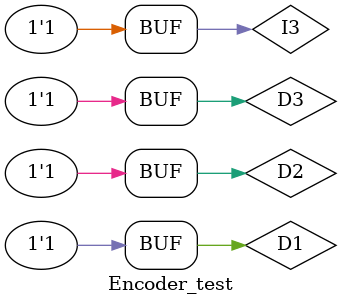
<source format=v>
`timescale 1ns / 1ps


module Encoder_test;

	// Inputs
	reg I3;
	reg D1;
	reg D2;
	reg D3;

	// Outputs
	wire Q0;
	wire Q1;

	// Instantiate the Unit Under Test (UUT)
	encoder uut (
		.I3(I3), 
		.D1(D1), 
		.D2(D2), 
		.D3(D3), 
		.Q0(Q0), 
		.Q1(Q1)
	);

	initial begin
		// Initialize Inputs
		I3 = 0; D1 = 0; D2 = 0; D3 = 0;
		#50
		I3 = 0; D1 = 0; D2 = 0; D3 = 0;
		#50
		I3 = 0; D1 = 0; D2 = 0; D3 = 1;
		#50
		I3 = 0; D1 = 0; D2 = 1; D3 = 0;
		#50
		I3 = 0; D1 = 0; D2 = 1; D3 = 1;
		#50
		I3 = 0; D1 = 1; D2 = 0; D3 = 0;
		#50
		I3 = 0; D1 = 1; D2 = 0; D3 = 1;
		#50
		I3 = 0; D1 = 1; D2 = 1; D3 = 0;
		#50
		I3 = 0; D1 = 1; D2 = 1; D3 = 1;
		#50
		I3 = 1; D1 = 0; D2 = 0; D3 = 0;
		#50
		I3 = 1; D1 = 0; D2 = 0; D3 = 1;
		#50
		I3 = 1; D1 = 0; D2 = 1; D3 = 0;
		#50
		I3 = 1; D1 = 0; D2 = 1; D3 = 1;
		#50
		I3 = 1; D1 = 1; D2 = 0; D3 = 0;
		#50
		I3 = 1; D1 = 1; D2 = 0; D3 = 1;
		#50
		I3 = 1; D1 = 1; D2 = 1; D3 = 0;
		#50
		I3 = 1; D1 = 1; D2 = 1; D3 = 1;

		// Wait 100 ns for global reset to finish
		#100;
        
		// Add stimulus here

	end
      
endmodule


</source>
